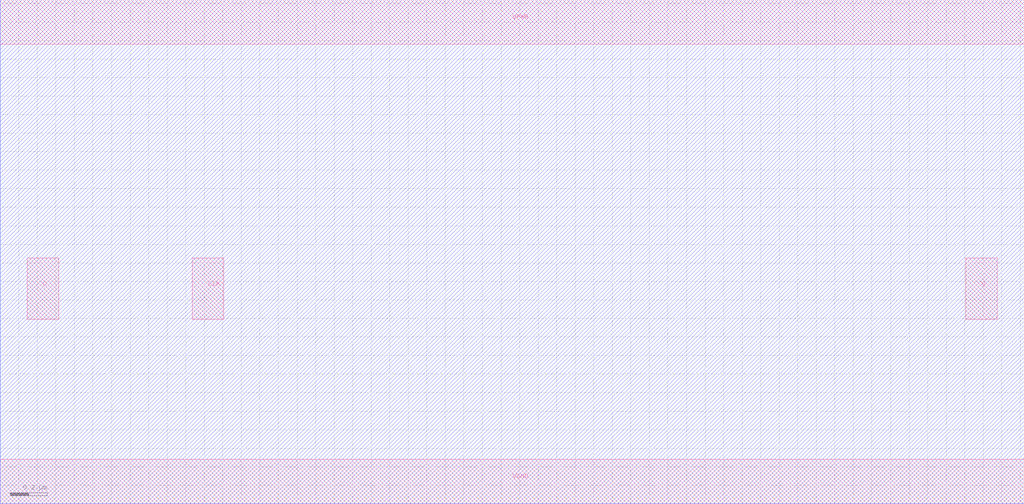
<source format=lef>
# SKY130 LEF (Library Exchange Format) File
# Physical information for standard cells

VERSION 5.8 ;
DIVIDERCHAR "/" ;
BUSBITCHARS "[]" ;

UNITS
  DATABASE MICRONS 1000 ;
END UNITS

MANUFACTURINGGRID 0.005 ;

# Technology layers
LAYER met1
  TYPE ROUTING ;
  PITCH 0.34 ;
  WIDTH 0.14 ;
  SPACING 0.14 ;
  DIRECTION HORIZONTAL ;
  RESISTANCE RPERSQ 0.125 ;
  CAPACITANCE CPERSQDIST 0.0361e-3 ;
END met1

LAYER met2  
  TYPE ROUTING ;
  PITCH 0.46 ;
  WIDTH 0.14 ;
  SPACING 0.14 ;
  DIRECTION VERTICAL ;
  RESISTANCE RPERSQ 0.125 ;
  CAPACITANCE CPERSQDIST 0.0200e-3 ;
END met2

LAYER via
  TYPE CUT ;
  SPACING 0.17 ;
  RESISTANCE 4.5 ;
END via

# Standard cell site
SITE unithd
  CLASS CORE ;
  SIZE 0.46 BY 2.72 ;
END unithd

# Standard cell definitions
MACRO sky130_fd_sc_hd__inv_1
  CLASS CORE ;
  ORIGIN 0 0 ;
  SIZE 0.92 BY 2.72 ;
  SITE unithd ;
  PIN A
    DIRECTION INPUT ;
    USE SIGNAL ;
    PORT
      LAYER met1 ;
      RECT 0.145 0.995 0.315 1.325 ;
    END
  END A
  PIN Y
    DIRECTION OUTPUT ;
    USE SIGNAL ;
    PORT
      LAYER met1 ;
      RECT 0.605 0.995 0.775 1.325 ;
    END
  END Y
  PIN VPWR
    DIRECTION INOUT ;
    USE POWER ;
    PORT
      LAYER met1 ;
      RECT 0 2.480 0.92 2.720 ;
    END
  END VPWR
  PIN VGND
    DIRECTION INOUT ;
    USE GROUND ;
    PORT
      LAYER met1 ;
      RECT 0 0 0.92 0.240 ;
    END
  END VGND
END sky130_fd_sc_hd__inv_1

MACRO sky130_fd_sc_hd__buf_1
  CLASS CORE ;
  ORIGIN 0 0 ;
  SIZE 1.84 BY 2.72 ;
  SITE unithd ;
  PIN A
    DIRECTION INPUT ;
    USE SIGNAL ;
    PORT
      LAYER met1 ;
      RECT 0.145 0.995 0.315 1.325 ;
    END
  END A
  PIN X
    DIRECTION OUTPUT ;
    USE SIGNAL ;
    PORT
      LAYER met1 ;
      RECT 1.525 0.995 1.695 1.325 ;
    END
  END X
  PIN VPWR
    DIRECTION INOUT ;
    USE POWER ;
    PORT
      LAYER met1 ;
      RECT 0 2.480 1.84 2.720 ;
    END
  END VPWR
  PIN VGND
    DIRECTION INOUT ;
    USE GROUND ;
    PORT
      LAYER met1 ;
      RECT 0 0 1.84 0.240 ;
    END
  END VGND
END sky130_fd_sc_hd__buf_1

MACRO sky130_fd_sc_hd__dfxtp_1
  CLASS CORE ;
  ORIGIN 0 0 ;
  SIZE 5.52 BY 2.72 ;
  SITE unithd ;
  PIN CLK
    DIRECTION INPUT ;
    USE CLOCK ;
    PORT
      LAYER met1 ;
      RECT 1.035 0.995 1.205 1.325 ;
    END
  END CLK
  PIN D
    DIRECTION INPUT ;
    USE SIGNAL ;
    PORT
      LAYER met1 ;
      RECT 0.145 0.995 0.315 1.325 ;
    END
  END D
  PIN Q
    DIRECTION OUTPUT ;
    USE SIGNAL ;
    PORT
      LAYER met1 ;
      RECT 5.205 0.995 5.375 1.325 ;
    END
  END Q
  PIN VPWR
    DIRECTION INOUT ;
    USE POWER ;
    PORT
      LAYER met1 ;
      RECT 0 2.480 5.52 2.720 ;
    END
  END VPWR
  PIN VGND
    DIRECTION INOUT ;
    USE GROUND ;
    PORT
      LAYER met1 ;
      RECT 0 0 5.52 0.240 ;
    END
  END VGND
END sky130_fd_sc_hd__dfxtp_1

END LIBRARY
</source>
